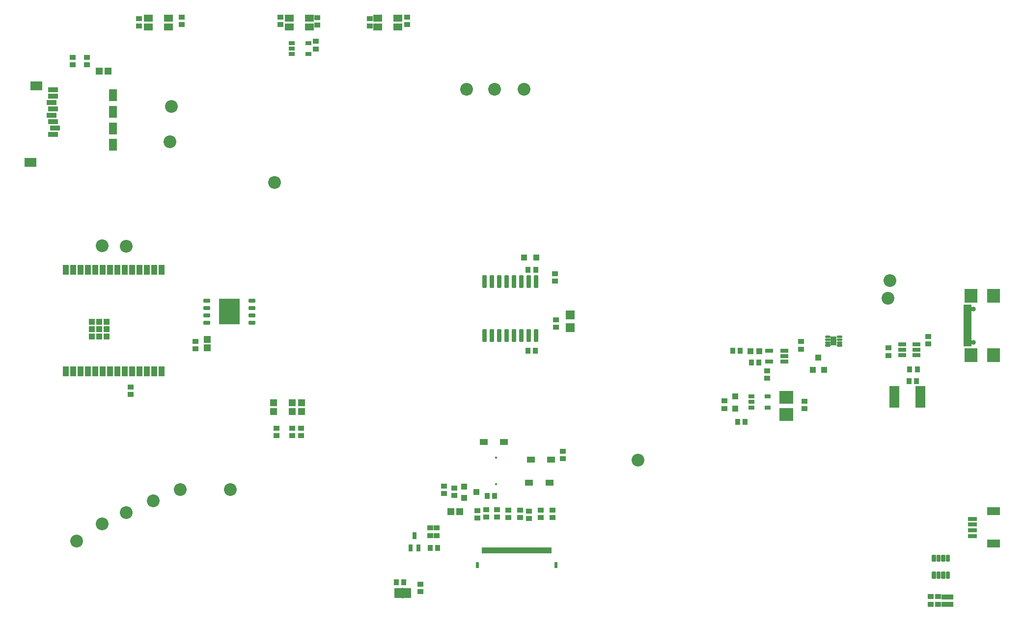
<source format=gbr>
G04 EAGLE Gerber RS-274X export*
G75*
%MOMM*%
%FSLAX34Y34*%
%LPD*%
%INSoldermask Top*%
%IPPOS*%
%AMOC8*
5,1,8,0,0,1.08239X$1,22.5*%
G01*
G04 Define Apertures*
%ADD10R,1.603200X1.253200*%
%ADD11R,1.103200X0.903200*%
%ADD12R,1.603200X1.603200*%
%ADD13R,0.903200X1.103200*%
%ADD14R,2.403200X2.203200*%
%ADD15R,1.003200X1.003200*%
%ADD16R,1.403200X0.803200*%
%ADD17R,1.143200X1.173200*%
%ADD18R,1.173200X1.143200*%
%ADD19R,1.103200X1.003200*%
%ADD20R,1.353200X1.003200*%
%ADD21R,1.003200X1.103200*%
%ADD22R,1.103200X0.803200*%
%ADD23R,0.503200X1.003200*%
%ADD24R,0.603200X1.003200*%
%ADD25R,1.353200X0.503200*%
%ADD26R,2.203200X2.383200*%
%ADD27C,0.853200*%
%ADD28R,2.203200X1.403200*%
%ADD29R,1.553200X0.803200*%
%ADD30R,1.403200X2.003200*%
%ADD31R,2.103200X1.603200*%
%ADD32R,1.703200X0.903200*%
%ADD33R,0.330200X0.330200*%
%ADD34R,1.403200X0.753200*%
%ADD35R,1.703200X3.803200*%
%ADD36R,0.703200X1.253200*%
%ADD37C,0.330503*%
%ADD38R,0.152400X1.828800*%
%ADD39R,1.371600X1.803400*%
%ADD40C,2.203200*%
%ADD41C,0.315166*%
%ADD42R,3.603200X4.503200*%
%ADD43R,1.103200X1.703200*%
%ADD44C,0.349006*%
%ADD45C,0.269722*%
%ADD46R,1.103200X1.503200*%
D10*
X503200Y1072090D03*
X468200Y1072090D03*
X468200Y1057090D03*
X503200Y1057090D03*
D11*
X1586852Y60900D03*
X1586852Y73900D03*
X671876Y1073840D03*
X671876Y1060840D03*
D12*
X952300Y537800D03*
X952300Y559800D03*
D13*
X1232500Y497924D03*
X1245500Y497924D03*
X1254200Y375800D03*
X1241200Y375800D03*
D11*
X1356100Y397976D03*
X1356100Y410976D03*
X1573700Y60900D03*
X1573700Y73900D03*
X1350100Y500900D03*
X1350100Y513900D03*
D14*
X1325300Y387900D03*
X1325300Y417900D03*
D11*
X752800Y248500D03*
X752800Y261500D03*
X1570100Y510100D03*
X1570100Y523100D03*
X282900Y1073840D03*
X282900Y1060840D03*
X1501200Y490100D03*
X1501200Y503100D03*
X453324Y1073840D03*
X453324Y1060840D03*
X940100Y311700D03*
X940100Y324700D03*
D13*
X892500Y498200D03*
X879500Y498200D03*
D11*
X119800Y991700D03*
X119800Y1004700D03*
D10*
X655400Y1072090D03*
X620400Y1072090D03*
X620400Y1057090D03*
X655400Y1057090D03*
D15*
X1278700Y497500D03*
X1263700Y497500D03*
D11*
X514100Y1019300D03*
X514100Y1032300D03*
D16*
X1524700Y509300D03*
X1524700Y499800D03*
X1524700Y490300D03*
X1549700Y490300D03*
X1549700Y499800D03*
X1549700Y509300D03*
D17*
X440900Y393100D03*
X440900Y408100D03*
D18*
X747200Y220600D03*
X762200Y220600D03*
X141000Y980600D03*
X156000Y980600D03*
D19*
X1237100Y398200D03*
X1237100Y419200D03*
D20*
X919800Y310600D03*
X884800Y310600D03*
X838200Y340600D03*
X803200Y340600D03*
X881600Y270600D03*
X916600Y270600D03*
D17*
X489500Y393100D03*
X489500Y408100D03*
D21*
X873100Y658700D03*
X894100Y658700D03*
D17*
X473300Y393100D03*
X473300Y408100D03*
X327100Y503100D03*
X327100Y518100D03*
D11*
X922300Y210100D03*
X922300Y223100D03*
X792500Y209300D03*
X792500Y222300D03*
X721976Y179300D03*
X721976Y192300D03*
X710900Y179300D03*
X710900Y192300D03*
X901776Y210100D03*
X901776Y223100D03*
X881200Y208500D03*
X881200Y221500D03*
X866124Y210100D03*
X866124Y223100D03*
X845600Y210100D03*
X845600Y223100D03*
X826800Y210900D03*
X826800Y223900D03*
X807900Y210900D03*
X807900Y223900D03*
D22*
X1265300Y419300D03*
X1265300Y409800D03*
X1265300Y400300D03*
X1293300Y400300D03*
X1293300Y419300D03*
X472900Y1029300D03*
X472900Y1019800D03*
X472900Y1010300D03*
X500900Y1010300D03*
X500900Y1029300D03*
D23*
X917600Y153300D03*
X912600Y153300D03*
X907600Y153300D03*
X902600Y153300D03*
X897600Y153300D03*
X892600Y153300D03*
X887600Y153300D03*
X882600Y153300D03*
X877600Y153300D03*
X872600Y153300D03*
X867600Y153300D03*
X862600Y153300D03*
X857600Y153300D03*
X852600Y153300D03*
X847600Y153300D03*
X842600Y153300D03*
X837600Y153300D03*
X832600Y153300D03*
X827600Y153300D03*
X822600Y153300D03*
X817600Y153300D03*
X812600Y153300D03*
X807600Y153300D03*
X802600Y153300D03*
D24*
X927600Y128300D03*
X792600Y128300D03*
D25*
X1637290Y508100D03*
X1637290Y516100D03*
X1637290Y529100D03*
X1637290Y539100D03*
X1637290Y544100D03*
X1637290Y554100D03*
X1637290Y567100D03*
X1637290Y575100D03*
X1637290Y572100D03*
X1637290Y564100D03*
X1637290Y559100D03*
X1637290Y549100D03*
X1637290Y534100D03*
X1637290Y524100D03*
X1637290Y519100D03*
X1637290Y511100D03*
D26*
X1682340Y490500D03*
X1682340Y592700D03*
X1643040Y490500D03*
X1643040Y592700D03*
D27*
X1648040Y512700D03*
X1648040Y570500D03*
D28*
X1682340Y165200D03*
X1682340Y221200D03*
D29*
X1645590Y178200D03*
X1645590Y188200D03*
X1645590Y198200D03*
X1645590Y208200D03*
D30*
X164660Y853500D03*
X164660Y910500D03*
D31*
X22160Y823500D03*
X32160Y955000D03*
D32*
X60660Y871500D03*
X64660Y882500D03*
X60660Y893500D03*
X58660Y904500D03*
X60660Y915500D03*
X58660Y926500D03*
X60660Y937500D03*
X60660Y948500D03*
D30*
X164660Y882000D03*
X164660Y939000D03*
D33*
X824700Y313360D03*
X824700Y267640D03*
D34*
X1321801Y479300D03*
X1321801Y488800D03*
X1321801Y498300D03*
X1295799Y498300D03*
X1295799Y479300D03*
D35*
X1511600Y418800D03*
X1556600Y418800D03*
D21*
X1370900Y465600D03*
X1389900Y465600D03*
X1380400Y486600D03*
D19*
X769600Y263624D03*
X769600Y244624D03*
X790600Y254124D03*
D36*
X677600Y158200D03*
X690600Y158200D03*
X684100Y179200D03*
D11*
X194900Y435500D03*
X194900Y422500D03*
X1607900Y60100D03*
X1607900Y73100D03*
X928000Y538500D03*
X928000Y551500D03*
X488500Y351700D03*
X488500Y364700D03*
D13*
X1264700Y477924D03*
X1277700Y477924D03*
D11*
X1218700Y398500D03*
X1218700Y411500D03*
X694100Y82500D03*
X694100Y95500D03*
X1597376Y60100D03*
X1597376Y73100D03*
X926400Y618500D03*
X926400Y631500D03*
D13*
X1538000Y465800D03*
X1551000Y465800D03*
X1536400Y445800D03*
X1549400Y445800D03*
D11*
X1292300Y450900D03*
X1292300Y463900D03*
D13*
X652800Y98200D03*
X665800Y98200D03*
X711200Y158200D03*
X724200Y158200D03*
D11*
X306900Y501700D03*
X306900Y514700D03*
X446100Y351700D03*
X446100Y364700D03*
X735300Y251700D03*
X735300Y264700D03*
X94500Y991700D03*
X94500Y1004700D03*
X473700Y351700D03*
X473700Y364700D03*
D10*
X260300Y1072090D03*
X225300Y1072090D03*
X225300Y1057090D03*
X260300Y1057090D03*
D11*
X516800Y1073100D03*
X516800Y1060100D03*
D13*
X892900Y638176D03*
X879900Y638176D03*
D11*
X607376Y1071500D03*
X607376Y1058500D03*
D13*
X822600Y247400D03*
X809600Y247400D03*
D11*
X209600Y1071500D03*
X209600Y1058500D03*
D37*
X1581364Y144324D02*
X1581364Y135436D01*
X1577636Y135436D01*
X1577636Y144324D01*
X1581364Y144324D01*
X1581364Y138576D02*
X1577636Y138576D01*
X1577636Y141716D02*
X1581364Y141716D01*
X1589364Y144324D02*
X1589364Y135436D01*
X1585636Y135436D01*
X1585636Y144324D01*
X1589364Y144324D01*
X1589364Y138576D02*
X1585636Y138576D01*
X1585636Y141716D02*
X1589364Y141716D01*
X1597364Y144324D02*
X1597364Y135436D01*
X1593636Y135436D01*
X1593636Y144324D01*
X1597364Y144324D01*
X1597364Y138576D02*
X1593636Y138576D01*
X1593636Y141716D02*
X1597364Y141716D01*
X1605364Y144324D02*
X1605364Y135436D01*
X1601636Y135436D01*
X1601636Y144324D01*
X1605364Y144324D01*
X1605364Y138576D02*
X1601636Y138576D01*
X1601636Y141716D02*
X1605364Y141716D01*
X1605564Y115164D02*
X1605564Y106276D01*
X1601836Y106276D01*
X1601836Y115164D01*
X1605564Y115164D01*
X1605564Y109416D02*
X1601836Y109416D01*
X1601836Y112556D02*
X1605564Y112556D01*
X1597364Y115164D02*
X1597364Y106276D01*
X1593636Y106276D01*
X1593636Y115164D01*
X1597364Y115164D01*
X1597364Y109416D02*
X1593636Y109416D01*
X1593636Y112556D02*
X1597364Y112556D01*
X1589364Y115164D02*
X1589364Y106276D01*
X1585636Y106276D01*
X1585636Y115164D01*
X1589364Y115164D01*
X1589364Y109416D02*
X1585636Y109416D01*
X1585636Y112556D02*
X1589364Y112556D01*
X1581364Y115164D02*
X1581364Y106276D01*
X1577636Y106276D01*
X1577636Y115164D01*
X1581364Y115164D01*
X1581364Y109416D02*
X1577636Y109416D01*
X1577636Y112556D02*
X1581364Y112556D01*
D38*
X663600Y79800D03*
D39*
X655980Y79800D03*
X671220Y79800D03*
D40*
X145300Y679000D03*
X280600Y259000D03*
X146100Y199000D03*
X187100Y219000D03*
X233600Y239000D03*
X1500100Y589000D03*
X366600Y259000D03*
X443100Y789000D03*
X1069600Y309000D03*
X186824Y678924D03*
X1503700Y619000D03*
X262900Y859000D03*
X264900Y919800D03*
X774100Y949800D03*
X873300Y949800D03*
X822500Y949800D03*
X101700Y169800D03*
D41*
X321610Y583010D02*
X329890Y583010D01*
X321610Y583010D02*
X321610Y586290D01*
X329890Y586290D01*
X329890Y583010D01*
X329890Y586004D02*
X321610Y586004D01*
X321610Y570310D02*
X329890Y570310D01*
X321610Y570310D02*
X321610Y573590D01*
X329890Y573590D01*
X329890Y570310D01*
X329890Y573304D02*
X321610Y573304D01*
X321610Y557610D02*
X329890Y557610D01*
X321610Y557610D02*
X321610Y560890D01*
X329890Y560890D01*
X329890Y557610D01*
X329890Y560604D02*
X321610Y560604D01*
X321610Y544910D02*
X329890Y544910D01*
X321610Y544910D02*
X321610Y548190D01*
X329890Y548190D01*
X329890Y544910D01*
X329890Y547904D02*
X321610Y547904D01*
X399510Y544910D02*
X407790Y544910D01*
X399510Y544910D02*
X399510Y548190D01*
X407790Y548190D01*
X407790Y544910D01*
X407790Y547904D02*
X399510Y547904D01*
X399510Y557610D02*
X407790Y557610D01*
X399510Y557610D02*
X399510Y560890D01*
X407790Y560890D01*
X407790Y557610D01*
X407790Y560604D02*
X399510Y560604D01*
X399510Y570310D02*
X407790Y570310D01*
X399510Y570310D02*
X399510Y573590D01*
X407790Y573590D01*
X407790Y570310D01*
X407790Y573304D02*
X399510Y573304D01*
X399510Y583010D02*
X407790Y583010D01*
X399510Y583010D02*
X399510Y586290D01*
X407790Y586290D01*
X407790Y583010D01*
X407790Y586004D02*
X399510Y586004D01*
D42*
X364700Y565600D03*
D43*
X83400Y462900D03*
X96100Y462900D03*
X108800Y462900D03*
X121500Y462900D03*
X134200Y462900D03*
X146900Y462900D03*
X159600Y462900D03*
X172300Y462900D03*
X185000Y462900D03*
X197700Y462900D03*
X210400Y462900D03*
X223100Y462900D03*
X235800Y462900D03*
X248500Y462900D03*
X248500Y637900D03*
X235800Y637900D03*
X223100Y637900D03*
X210400Y637900D03*
X197700Y637900D03*
X185000Y637900D03*
X172300Y637900D03*
X159600Y637900D03*
X146900Y637900D03*
X134200Y637900D03*
X121500Y637900D03*
X108800Y637900D03*
X96100Y637900D03*
X83400Y637900D03*
D15*
X140600Y535350D03*
X128100Y522850D03*
X128100Y535350D03*
X128100Y547850D03*
X140600Y522850D03*
X140600Y547850D03*
X153100Y522850D03*
X153100Y535350D03*
X153100Y547850D03*
D44*
X891729Y608029D02*
X891729Y627071D01*
X896171Y627071D01*
X896171Y608029D01*
X891729Y608029D01*
X891729Y611344D02*
X896171Y611344D01*
X896171Y614659D02*
X891729Y614659D01*
X891729Y617974D02*
X896171Y617974D01*
X896171Y621289D02*
X891729Y621289D01*
X891729Y624604D02*
X896171Y624604D01*
X879029Y627071D02*
X879029Y608029D01*
X879029Y627071D02*
X883471Y627071D01*
X883471Y608029D01*
X879029Y608029D01*
X879029Y611344D02*
X883471Y611344D01*
X883471Y614659D02*
X879029Y614659D01*
X879029Y617974D02*
X883471Y617974D01*
X883471Y621289D02*
X879029Y621289D01*
X879029Y624604D02*
X883471Y624604D01*
X866329Y627071D02*
X866329Y608029D01*
X866329Y627071D02*
X870771Y627071D01*
X870771Y608029D01*
X866329Y608029D01*
X866329Y611344D02*
X870771Y611344D01*
X870771Y614659D02*
X866329Y614659D01*
X866329Y617974D02*
X870771Y617974D01*
X870771Y621289D02*
X866329Y621289D01*
X866329Y624604D02*
X870771Y624604D01*
X853629Y627071D02*
X853629Y608029D01*
X853629Y627071D02*
X858071Y627071D01*
X858071Y608029D01*
X853629Y608029D01*
X853629Y611344D02*
X858071Y611344D01*
X858071Y614659D02*
X853629Y614659D01*
X853629Y617974D02*
X858071Y617974D01*
X858071Y621289D02*
X853629Y621289D01*
X853629Y624604D02*
X858071Y624604D01*
X840929Y627071D02*
X840929Y608029D01*
X840929Y627071D02*
X845371Y627071D01*
X845371Y608029D01*
X840929Y608029D01*
X840929Y611344D02*
X845371Y611344D01*
X845371Y614659D02*
X840929Y614659D01*
X840929Y617974D02*
X845371Y617974D01*
X845371Y621289D02*
X840929Y621289D01*
X840929Y624604D02*
X845371Y624604D01*
X828229Y627071D02*
X828229Y608029D01*
X828229Y627071D02*
X832671Y627071D01*
X832671Y608029D01*
X828229Y608029D01*
X828229Y611344D02*
X832671Y611344D01*
X832671Y614659D02*
X828229Y614659D01*
X828229Y617974D02*
X832671Y617974D01*
X832671Y621289D02*
X828229Y621289D01*
X828229Y624604D02*
X832671Y624604D01*
X815529Y627071D02*
X815529Y608029D01*
X815529Y627071D02*
X819971Y627071D01*
X819971Y608029D01*
X815529Y608029D01*
X815529Y611344D02*
X819971Y611344D01*
X819971Y614659D02*
X815529Y614659D01*
X815529Y617974D02*
X819971Y617974D01*
X819971Y621289D02*
X815529Y621289D01*
X815529Y624604D02*
X819971Y624604D01*
X802829Y627071D02*
X802829Y608029D01*
X802829Y627071D02*
X807271Y627071D01*
X807271Y608029D01*
X802829Y608029D01*
X802829Y611344D02*
X807271Y611344D01*
X807271Y614659D02*
X802829Y614659D01*
X802829Y617974D02*
X807271Y617974D01*
X807271Y621289D02*
X802829Y621289D01*
X802829Y624604D02*
X807271Y624604D01*
X802829Y533971D02*
X802829Y514929D01*
X802829Y533971D02*
X807271Y533971D01*
X807271Y514929D01*
X802829Y514929D01*
X802829Y518244D02*
X807271Y518244D01*
X807271Y521559D02*
X802829Y521559D01*
X802829Y524874D02*
X807271Y524874D01*
X807271Y528189D02*
X802829Y528189D01*
X802829Y531504D02*
X807271Y531504D01*
X815529Y533971D02*
X815529Y514929D01*
X815529Y533971D02*
X819971Y533971D01*
X819971Y514929D01*
X815529Y514929D01*
X815529Y518244D02*
X819971Y518244D01*
X819971Y521559D02*
X815529Y521559D01*
X815529Y524874D02*
X819971Y524874D01*
X819971Y528189D02*
X815529Y528189D01*
X815529Y531504D02*
X819971Y531504D01*
X828229Y533971D02*
X828229Y514929D01*
X828229Y533971D02*
X832671Y533971D01*
X832671Y514929D01*
X828229Y514929D01*
X828229Y518244D02*
X832671Y518244D01*
X832671Y521559D02*
X828229Y521559D01*
X828229Y524874D02*
X832671Y524874D01*
X832671Y528189D02*
X828229Y528189D01*
X828229Y531504D02*
X832671Y531504D01*
X840929Y533971D02*
X840929Y514929D01*
X840929Y533971D02*
X845371Y533971D01*
X845371Y514929D01*
X840929Y514929D01*
X840929Y518244D02*
X845371Y518244D01*
X845371Y521559D02*
X840929Y521559D01*
X840929Y524874D02*
X845371Y524874D01*
X845371Y528189D02*
X840929Y528189D01*
X840929Y531504D02*
X845371Y531504D01*
X853629Y533971D02*
X853629Y514929D01*
X853629Y533971D02*
X858071Y533971D01*
X858071Y514929D01*
X853629Y514929D01*
X853629Y518244D02*
X858071Y518244D01*
X858071Y521559D02*
X853629Y521559D01*
X853629Y524874D02*
X858071Y524874D01*
X858071Y528189D02*
X853629Y528189D01*
X853629Y531504D02*
X858071Y531504D01*
X866329Y533971D02*
X866329Y514929D01*
X866329Y533971D02*
X870771Y533971D01*
X870771Y514929D01*
X866329Y514929D01*
X866329Y518244D02*
X870771Y518244D01*
X870771Y521559D02*
X866329Y521559D01*
X866329Y524874D02*
X870771Y524874D01*
X870771Y528189D02*
X866329Y528189D01*
X866329Y531504D02*
X870771Y531504D01*
X879029Y533971D02*
X879029Y514929D01*
X879029Y533971D02*
X883471Y533971D01*
X883471Y514929D01*
X879029Y514929D01*
X879029Y518244D02*
X883471Y518244D01*
X883471Y521559D02*
X879029Y521559D01*
X879029Y524874D02*
X883471Y524874D01*
X883471Y528189D02*
X879029Y528189D01*
X879029Y531504D02*
X883471Y531504D01*
X891729Y533971D02*
X891729Y514929D01*
X891729Y533971D02*
X896171Y533971D01*
X896171Y514929D01*
X891729Y514929D01*
X891729Y518244D02*
X896171Y518244D01*
X896171Y521559D02*
X891729Y521559D01*
X891729Y524874D02*
X896171Y524874D01*
X896171Y528189D02*
X891729Y528189D01*
X891729Y531504D02*
X896171Y531504D01*
D45*
X1393082Y521782D02*
X1400018Y521782D01*
X1393082Y521782D02*
X1393082Y523818D01*
X1400018Y523818D01*
X1400018Y521782D01*
X1400018Y516782D02*
X1393082Y516782D01*
X1393082Y518818D01*
X1400018Y518818D01*
X1400018Y516782D01*
X1400018Y511782D02*
X1393082Y511782D01*
X1393082Y513818D01*
X1400018Y513818D01*
X1400018Y511782D01*
X1400018Y506782D02*
X1393082Y506782D01*
X1393082Y508818D01*
X1400018Y508818D01*
X1400018Y506782D01*
X1412782Y506782D02*
X1419718Y506782D01*
X1412782Y506782D02*
X1412782Y508818D01*
X1419718Y508818D01*
X1419718Y506782D01*
X1419718Y511782D02*
X1412782Y511782D01*
X1412782Y513818D01*
X1419718Y513818D01*
X1419718Y511782D01*
X1419718Y516782D02*
X1412782Y516782D01*
X1412782Y518818D01*
X1419718Y518818D01*
X1419718Y516782D01*
X1419718Y521782D02*
X1412782Y521782D01*
X1412782Y523818D01*
X1419718Y523818D01*
X1419718Y521782D01*
D46*
X1406400Y515300D03*
M02*

</source>
